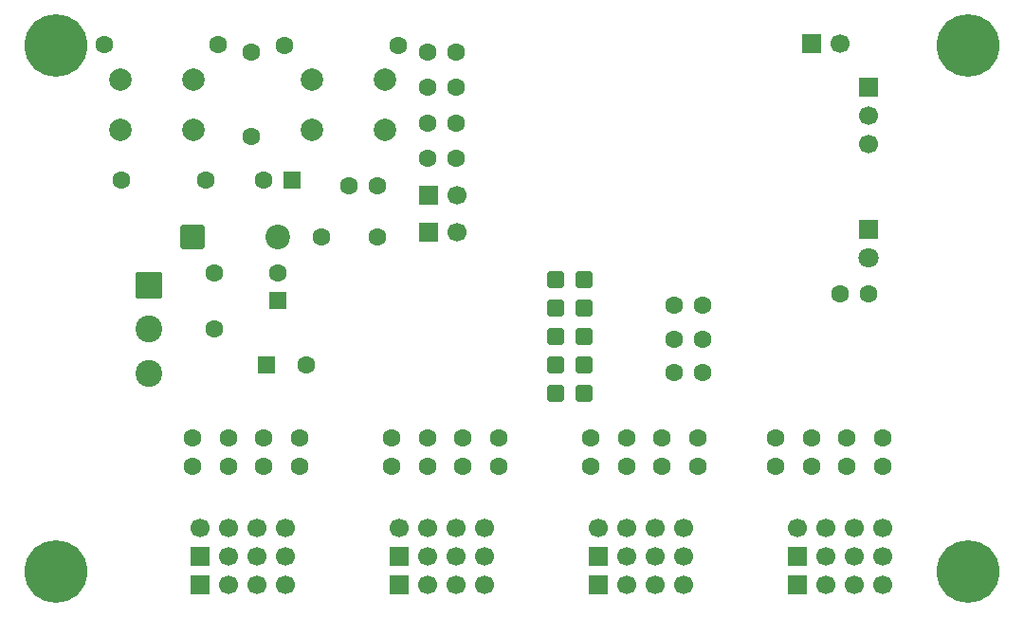
<source format=gbs>
G04 #@! TF.GenerationSoftware,KiCad,Pcbnew,9.0.6*
G04 #@! TF.CreationDate,2026-01-30T16:54:02+01:00*
G04 #@! TF.ProjectId,ESP32_PWM_PCB_large,45535033-325f-4505-974d-5f5043425f6c,1.0*
G04 #@! TF.SameCoordinates,Original*
G04 #@! TF.FileFunction,Soldermask,Bot*
G04 #@! TF.FilePolarity,Negative*
%FSLAX46Y46*%
G04 Gerber Fmt 4.6, Leading zero omitted, Abs format (unit mm)*
G04 Created by KiCad (PCBNEW 9.0.6) date 2026-01-30 16:54:02*
%MOMM*%
%LPD*%
G01*
G04 APERTURE LIST*
G04 Aperture macros list*
%AMRoundRect*
0 Rectangle with rounded corners*
0 $1 Rounding radius*
0 $2 $3 $4 $5 $6 $7 $8 $9 X,Y pos of 4 corners*
0 Add a 4 corners polygon primitive as box body*
4,1,4,$2,$3,$4,$5,$6,$7,$8,$9,$2,$3,0*
0 Add four circle primitives for the rounded corners*
1,1,$1+$1,$2,$3*
1,1,$1+$1,$4,$5*
1,1,$1+$1,$6,$7*
1,1,$1+$1,$8,$9*
0 Add four rect primitives between the rounded corners*
20,1,$1+$1,$2,$3,$4,$5,0*
20,1,$1+$1,$4,$5,$6,$7,0*
20,1,$1+$1,$6,$7,$8,$9,0*
20,1,$1+$1,$8,$9,$2,$3,0*%
G04 Aperture macros list end*
%ADD10C,1.600000*%
%ADD11R,1.700000X1.700000*%
%ADD12C,1.700000*%
%ADD13RoundRect,0.236220X-0.513780X-0.513780X0.513780X-0.513780X0.513780X0.513780X-0.513780X0.513780X0*%
%ADD14RoundRect,0.250000X0.550000X-0.550000X0.550000X0.550000X-0.550000X0.550000X-0.550000X-0.550000X0*%
%ADD15C,3.600000*%
%ADD16C,5.600000*%
%ADD17RoundRect,0.250000X-0.550000X-0.550000X0.550000X-0.550000X0.550000X0.550000X-0.550000X0.550000X0*%
%ADD18RoundRect,0.250001X-0.949999X0.949999X-0.949999X-0.949999X0.949999X-0.949999X0.949999X0.949999X0*%
%ADD19C,2.400000*%
%ADD20C,2.000000*%
%ADD21RoundRect,0.250000X0.550000X0.550000X-0.550000X0.550000X-0.550000X-0.550000X0.550000X-0.550000X0*%
%ADD22RoundRect,0.249999X-0.850001X-0.850001X0.850001X-0.850001X0.850001X0.850001X-0.850001X0.850001X0*%
%ADD23C,2.200000*%
%ADD24R,1.800000X1.800000*%
%ADD25C,1.800000*%
G04 APERTURE END LIST*
D10*
G04 #@! TO.C,C7*
X144145000Y-83780000D03*
X144145000Y-78780000D03*
G04 #@! TD*
G04 #@! TO.C,R25*
X185200000Y-87700000D03*
X187740000Y-87700000D03*
G04 #@! TD*
D11*
G04 #@! TO.C,J5*
X196215000Y-104140000D03*
D12*
X196215000Y-101600000D03*
X198755000Y-104140000D03*
X198755000Y-101600000D03*
X201295000Y-104140000D03*
X201295000Y-101600000D03*
X203835000Y-104140000D03*
X203835000Y-101600000D03*
G04 #@! TD*
D10*
G04 #@! TO.C,R14*
X180975000Y-93570000D03*
X180975000Y-96110000D03*
G04 #@! TD*
G04 #@! TO.C,R3*
X202565000Y-80645000D03*
X200025000Y-80645000D03*
G04 #@! TD*
D11*
G04 #@! TO.C,J4*
X178435000Y-104140000D03*
D12*
X178435000Y-101600000D03*
X180975000Y-104140000D03*
X180975000Y-101600000D03*
X183515000Y-104140000D03*
X183515000Y-101600000D03*
X186055000Y-104140000D03*
X186055000Y-101600000D03*
G04 #@! TD*
D11*
G04 #@! TO.C,J10*
X202565000Y-62230000D03*
D12*
X202565000Y-64770000D03*
X202565000Y-67310000D03*
G04 #@! TD*
D10*
G04 #@! TO.C,C3*
X147500000Y-59100000D03*
X147500000Y-66600000D03*
G04 #@! TD*
G04 #@! TO.C,R12*
X169545000Y-93570000D03*
X169545000Y-96110000D03*
G04 #@! TD*
D11*
G04 #@! TO.C,J8*
X178435000Y-106680000D03*
D12*
X180975000Y-106680000D03*
X183515000Y-106680000D03*
X186055000Y-106680000D03*
G04 #@! TD*
D11*
G04 #@! TO.C,JP1*
X197500000Y-58300000D03*
D12*
X200040000Y-58300000D03*
G04 #@! TD*
D13*
G04 #@! TO.C,J1*
X174625000Y-79375000D03*
X177165000Y-79375000D03*
X174625000Y-81915000D03*
X177165000Y-81915000D03*
X174625000Y-84455000D03*
X177165000Y-84455000D03*
X174625000Y-86995000D03*
X177165000Y-86995000D03*
X174625000Y-89535000D03*
X177165000Y-89535000D03*
G04 #@! TD*
D10*
G04 #@! TO.C,R23*
X163195000Y-68580000D03*
X165735000Y-68580000D03*
G04 #@! TD*
D14*
G04 #@! TO.C,C4*
X149860000Y-81280000D03*
D10*
X149860000Y-78780000D03*
G04 #@! TD*
G04 #@! TO.C,R9*
X160020000Y-93570000D03*
X160020000Y-96110000D03*
G04 #@! TD*
D15*
G04 #@! TO.C,REF\u002A\u002A*
X130000000Y-105500000D03*
D16*
X130000000Y-105500000D03*
G04 #@! TD*
D10*
G04 #@! TO.C,R26*
X185200000Y-81700000D03*
X187740000Y-81700000D03*
G04 #@! TD*
G04 #@! TO.C,R5*
X142240000Y-93570000D03*
X142240000Y-96110000D03*
G04 #@! TD*
G04 #@! TO.C,R11*
X166380000Y-93570000D03*
X166380000Y-96110000D03*
G04 #@! TD*
D17*
G04 #@! TO.C,C1*
X148842349Y-86995000D03*
D10*
X152342349Y-86995000D03*
G04 #@! TD*
G04 #@! TO.C,C2*
X135890000Y-70485000D03*
X143390000Y-70485000D03*
G04 #@! TD*
G04 #@! TO.C,R13*
X177800000Y-93570000D03*
X177800000Y-96110000D03*
G04 #@! TD*
G04 #@! TO.C,R21*
X144500000Y-58400000D03*
X134340000Y-58400000D03*
G04 #@! TD*
G04 #@! TO.C,R15*
X184150000Y-93570000D03*
X184150000Y-96110000D03*
G04 #@! TD*
G04 #@! TO.C,R20*
X203860400Y-93570000D03*
X203860400Y-96110000D03*
G04 #@! TD*
D18*
G04 #@! TO.C,J11*
X138312500Y-79860000D03*
D19*
X138312500Y-83820000D03*
X138312500Y-87780000D03*
G04 #@! TD*
D10*
G04 #@! TO.C,R22*
X160600000Y-58500000D03*
X150440000Y-58500000D03*
G04 #@! TD*
D11*
G04 #@! TO.C,JP3*
X163322000Y-75184000D03*
D12*
X165862000Y-75184000D03*
G04 #@! TD*
D10*
G04 #@! TO.C,R10*
X163195000Y-93570000D03*
X163195000Y-96110000D03*
G04 #@! TD*
D20*
G04 #@! TO.C,SW2*
X152885000Y-61500000D03*
X159385000Y-61500000D03*
X152885000Y-66000000D03*
X159385000Y-66000000D03*
G04 #@! TD*
D10*
G04 #@! TO.C,C6*
X158685000Y-75565000D03*
X153685000Y-75565000D03*
G04 #@! TD*
D11*
G04 #@! TO.C,J3*
X160655000Y-104140000D03*
D12*
X160655000Y-101600000D03*
X163195000Y-104140000D03*
X163195000Y-101600000D03*
X165735000Y-104140000D03*
X165735000Y-101600000D03*
X168275000Y-104140000D03*
X168275000Y-101600000D03*
G04 #@! TD*
D11*
G04 #@! TO.C,J7*
X160655000Y-106680000D03*
D12*
X163195000Y-106680000D03*
X165735000Y-106680000D03*
X168275000Y-106680000D03*
G04 #@! TD*
D15*
G04 #@! TO.C,REF\u002A\u002A*
X211500000Y-58500000D03*
D16*
X211500000Y-58500000D03*
G04 #@! TD*
D10*
G04 #@! TO.C,R6*
X145415000Y-93570000D03*
X145415000Y-96110000D03*
G04 #@! TD*
G04 #@! TO.C,R24*
X158750000Y-71000000D03*
X156210000Y-71000000D03*
G04 #@! TD*
D11*
G04 #@! TO.C,JP2*
X163322000Y-71882000D03*
D12*
X165862000Y-71882000D03*
G04 #@! TD*
D21*
G04 #@! TO.C,C5*
X151090000Y-70485000D03*
D10*
X148590000Y-70485000D03*
G04 #@! TD*
D11*
G04 #@! TO.C,J6*
X142875000Y-106680000D03*
D12*
X145415000Y-106680000D03*
X147955000Y-106680000D03*
X150495000Y-106680000D03*
G04 #@! TD*
D10*
G04 #@! TO.C,R27*
X187740000Y-84700000D03*
X185200000Y-84700000D03*
G04 #@! TD*
D15*
G04 #@! TO.C,REF\u002A\u002A*
X130000000Y-58500000D03*
D16*
X130000000Y-58500000D03*
G04 #@! TD*
D10*
G04 #@! TO.C,R19*
X200660000Y-93570000D03*
X200660000Y-96110000D03*
G04 #@! TD*
D22*
G04 #@! TO.C,D2*
X142240000Y-75565000D03*
D23*
X149860000Y-75565000D03*
G04 #@! TD*
D10*
G04 #@! TO.C,R4*
X163195000Y-59055000D03*
X165735000Y-59055000D03*
G04 #@! TD*
G04 #@! TO.C,R1*
X163195000Y-65405000D03*
X165735000Y-65405000D03*
G04 #@! TD*
G04 #@! TO.C,R2*
X163195000Y-62230000D03*
X165735000Y-62230000D03*
G04 #@! TD*
D24*
G04 #@! TO.C,D1*
X202565000Y-74930000D03*
D25*
X202565000Y-77470000D03*
G04 #@! TD*
D10*
G04 #@! TO.C,R18*
X197485000Y-93570000D03*
X197485000Y-96110000D03*
G04 #@! TD*
D20*
G04 #@! TO.C,SW1*
X135800000Y-61500000D03*
X142300000Y-61500000D03*
X135800000Y-66000000D03*
X142300000Y-66000000D03*
G04 #@! TD*
D10*
G04 #@! TO.C,R16*
X187325000Y-93570000D03*
X187325000Y-96110000D03*
G04 #@! TD*
G04 #@! TO.C,R8*
X151765000Y-93570000D03*
X151765000Y-96110000D03*
G04 #@! TD*
G04 #@! TO.C,R7*
X148590000Y-93570000D03*
X148590000Y-96110000D03*
G04 #@! TD*
D11*
G04 #@! TO.C,J9*
X196215000Y-106680000D03*
D12*
X198755000Y-106680000D03*
X201295000Y-106680000D03*
X203835000Y-106680000D03*
G04 #@! TD*
D11*
G04 #@! TO.C,J2*
X142875000Y-104140000D03*
D12*
X142875000Y-101600000D03*
X145415000Y-104140000D03*
X145415000Y-101600000D03*
X147955000Y-104140000D03*
X147955000Y-101600000D03*
X150495000Y-104140000D03*
X150495000Y-101600000D03*
G04 #@! TD*
D10*
G04 #@! TO.C,R17*
X194310000Y-93570000D03*
X194310000Y-96110000D03*
G04 #@! TD*
D15*
G04 #@! TO.C,REF\u002A\u002A*
X211500000Y-105500000D03*
D16*
X211500000Y-105500000D03*
G04 #@! TD*
M02*

</source>
